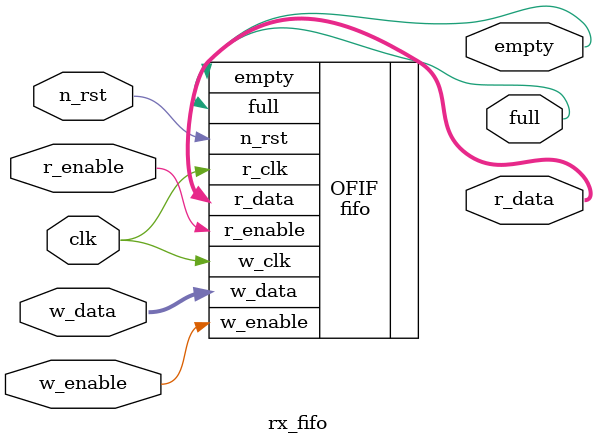
<source format=sv>

module rx_fifo
(
    input wire clk,
    input wire n_rst,
    input wire r_enable,
    input wire w_enable,
    input wire [7:0] w_data,
    output wire [7:0] r_data,
    output wire empty,
    output wire full
);

    fifo OFIF(.r_clk(clk),
              .w_clk(clk),
              .n_rst(n_rst),
              .r_enable(r_enable),
              .w_enable(w_enable),
              .w_data(w_data),
              .r_data(r_data),
              .empty(empty),
              .full(full)
             );

endmodule

</source>
